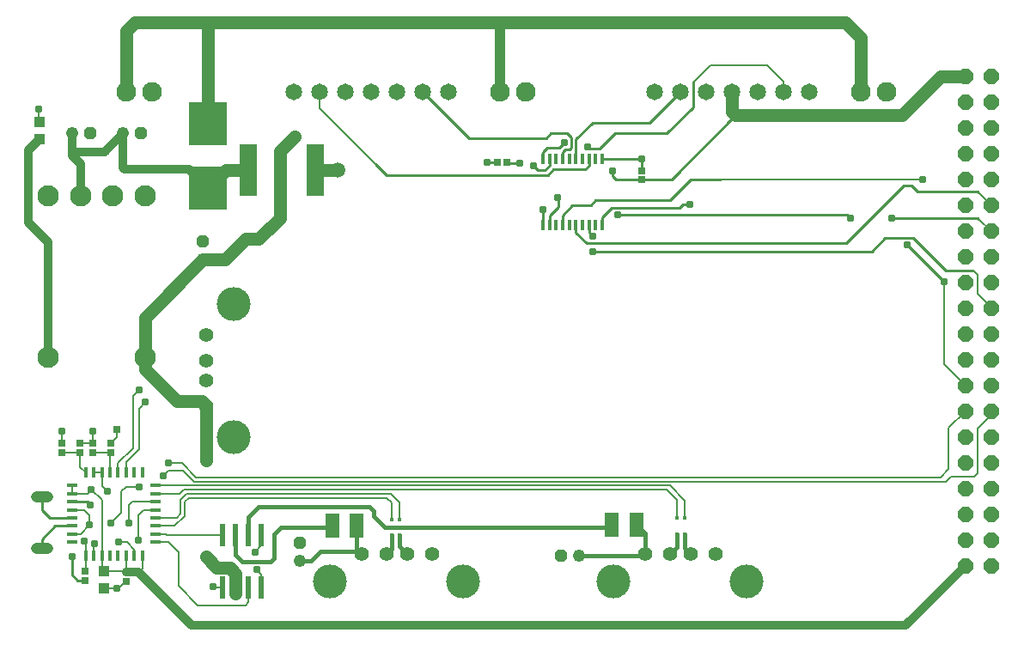
<source format=gtl>
G75*
G70*
%OFA0B0*%
%FSLAX24Y24*%
%IPPOS*%
%LPD*%
%AMOC8*
5,1,8,0,0,1.08239X$1,22.5*
%
%ADD10C,0.0827*%
%ADD11OC8,0.0480*%
%ADD12C,0.0480*%
%ADD13R,0.0433X0.0394*%
%ADD14C,0.0650*%
%ADD15C,0.0760*%
%ADD16C,0.0560*%
%ADD17C,0.1310*%
%ADD18R,0.0157X0.0177*%
%ADD19R,0.0177X0.0394*%
%ADD20R,0.0394X0.0177*%
%ADD21R,0.0236X0.0866*%
%ADD22R,0.0394X0.0433*%
%ADD23R,0.0551X0.0945*%
%ADD24R,0.0256X0.0256*%
%ADD25OC8,0.0600*%
%ADD26R,0.1500X0.1669*%
%ADD27R,0.0118X0.0394*%
%ADD28R,0.0700X0.2000*%
%ADD29C,0.0440*%
%ADD30C,0.0310*%
%ADD31C,0.0500*%
%ADD32C,0.0100*%
%ADD33C,0.0080*%
%ADD34R,0.0310X0.0310*%
%ADD35C,0.0591*%
%ADD36C,0.0320*%
%ADD37C,0.0400*%
%ADD38C,0.0160*%
D10*
X002047Y012898D03*
X005797Y012898D03*
X005797Y019148D03*
X004547Y019148D03*
X003297Y019148D03*
X002047Y019148D03*
D11*
X003680Y021565D03*
X005649Y021565D03*
X008055Y017387D03*
X011807Y005683D03*
X021957Y005191D03*
D12*
X022657Y005191D03*
X011807Y004983D03*
X008055Y016687D03*
X004949Y021565D03*
X002980Y021565D03*
D13*
X001704Y021333D03*
X001704Y022002D03*
D14*
X011574Y023183D03*
X012574Y023183D03*
X013574Y023183D03*
X014574Y023183D03*
X015574Y023183D03*
X016574Y023183D03*
X017574Y023183D03*
X025574Y023183D03*
X026574Y023183D03*
X027574Y023183D03*
X028574Y023183D03*
X029574Y023183D03*
X030574Y023183D03*
X031574Y023183D03*
D15*
X033574Y023183D03*
X034574Y023183D03*
X020574Y023183D03*
X019574Y023183D03*
X006074Y023183D03*
X005074Y023183D03*
D16*
X008186Y013739D03*
X008186Y012759D03*
X008186Y011969D03*
X008186Y010989D03*
X014199Y005253D03*
X015179Y005253D03*
X015969Y005253D03*
X016949Y005253D03*
X025199Y005253D03*
X026179Y005253D03*
X026969Y005253D03*
X027949Y005253D03*
D17*
X029159Y004183D03*
X023989Y004183D03*
X018159Y004183D03*
X012989Y004183D03*
X009256Y009779D03*
X009256Y014949D03*
D18*
X015366Y006595D03*
X015681Y006595D03*
X015681Y005984D03*
X015366Y005984D03*
X026429Y006028D03*
X026744Y006028D03*
X026744Y006638D03*
X026429Y006638D03*
D19*
X005704Y005191D03*
X005389Y005191D03*
X005074Y005191D03*
X004760Y005191D03*
X004445Y005191D03*
X004130Y005191D03*
X003815Y005191D03*
X003500Y005191D03*
X003500Y008419D03*
X003815Y008419D03*
X004130Y008419D03*
X004445Y008419D03*
X004760Y008419D03*
X005074Y008419D03*
X005389Y008419D03*
X005704Y008419D03*
D20*
X006197Y007908D03*
X006197Y007593D03*
X006197Y007278D03*
X006197Y006963D03*
X006197Y006648D03*
X006197Y006333D03*
X006197Y006018D03*
X006197Y005703D03*
X002968Y005703D03*
X002968Y006018D03*
X002968Y006333D03*
X002968Y006648D03*
X002968Y006963D03*
X002968Y007278D03*
X002968Y007593D03*
X002968Y007908D03*
D21*
X008824Y005982D03*
X009324Y005982D03*
X009824Y005982D03*
X010324Y005982D03*
X010324Y003935D03*
X009824Y003935D03*
X009324Y003935D03*
X008824Y003935D03*
D22*
X004197Y003908D03*
X004197Y004577D03*
D23*
X013071Y006345D03*
X014015Y006345D03*
X023925Y006384D03*
X024870Y006384D03*
D24*
X025063Y019774D03*
X025063Y020128D03*
X019846Y020463D03*
X019492Y020463D03*
X004472Y009537D03*
X004472Y009183D03*
X003763Y009183D03*
X003763Y009537D03*
X003291Y009537D03*
X003291Y009183D03*
X002582Y009183D03*
X002582Y009537D03*
X003488Y004577D03*
X003488Y004223D03*
X005063Y004183D03*
X005063Y004537D03*
D25*
X037634Y004782D03*
X038634Y004782D03*
X038634Y005782D03*
X038634Y006782D03*
X037634Y006782D03*
X037634Y005782D03*
X037634Y007782D03*
X038634Y007782D03*
X038634Y008782D03*
X038634Y009782D03*
X037634Y009782D03*
X037634Y008782D03*
X037634Y010782D03*
X038634Y010782D03*
X038634Y011782D03*
X037634Y011782D03*
X037634Y012782D03*
X038634Y012782D03*
X038634Y013782D03*
X037634Y013782D03*
X037634Y014782D03*
X038634Y014782D03*
X038634Y015782D03*
X037634Y015782D03*
X037634Y016782D03*
X038634Y016782D03*
X038634Y017782D03*
X037634Y017782D03*
X037634Y018782D03*
X038634Y018782D03*
X038634Y019782D03*
X037634Y019782D03*
X037634Y020782D03*
X038634Y020782D03*
X038634Y021782D03*
X038634Y022782D03*
X037634Y022782D03*
X037634Y021782D03*
X037634Y023782D03*
X038634Y023782D03*
D26*
X008252Y021959D03*
X008252Y019447D03*
D27*
X021244Y020581D03*
X021500Y020581D03*
X021756Y020581D03*
X022011Y020581D03*
X022267Y020581D03*
X022523Y020581D03*
X022779Y020581D03*
X023035Y020581D03*
X023291Y020581D03*
X023547Y020581D03*
X023547Y018022D03*
X023291Y018022D03*
X023035Y018022D03*
X022779Y018022D03*
X022523Y018022D03*
X022267Y018022D03*
X022011Y018022D03*
X021756Y018022D03*
X021500Y018022D03*
X021244Y018022D03*
D28*
X012421Y020132D03*
X009821Y020132D03*
D29*
X002015Y007486D02*
X001575Y007486D01*
X001575Y005486D02*
X002015Y005486D01*
D30*
X002976Y005148D03*
X003449Y005738D03*
X003842Y005660D03*
X003645Y006368D03*
X004472Y006447D03*
X005181Y006447D03*
X005535Y005778D03*
X004787Y005699D03*
X003685Y007156D03*
X003724Y007746D03*
X004354Y007667D03*
X005574Y007864D03*
X006519Y008297D03*
X006716Y008770D03*
X008173Y008888D03*
X005811Y011132D03*
X005574Y011604D03*
X003763Y010030D03*
X002582Y010030D03*
X008173Y005148D03*
X008449Y003967D03*
X010141Y004636D03*
X010063Y005305D03*
X004708Y003927D03*
X023173Y016998D03*
X023173Y017589D03*
X024157Y018415D03*
X023960Y020108D03*
X025063Y020581D03*
X022976Y021053D03*
X022071Y021211D03*
X020889Y020305D03*
X020338Y020423D03*
X019078Y020463D03*
X021244Y018612D03*
X021795Y019085D03*
X026952Y018809D03*
X033173Y018297D03*
X034787Y018297D03*
X035378Y017234D03*
X036795Y015817D03*
X035968Y019793D03*
X011598Y021447D03*
X001677Y022510D03*
D31*
X005063Y023195D02*
X005074Y023183D01*
X005063Y023195D02*
X005063Y025541D01*
X005417Y025896D01*
X008212Y025896D01*
X008252Y025856D01*
X008252Y021959D01*
X008937Y020132D02*
X009821Y020132D01*
X008937Y020132D02*
X008252Y019447D01*
X009708Y017471D02*
X010220Y017471D01*
X011047Y018297D01*
X011047Y020896D01*
X011598Y021447D01*
X012436Y020148D02*
X013291Y020148D01*
X012436Y020148D02*
X012421Y020132D01*
X009708Y017471D02*
X008925Y016687D01*
X008055Y016687D01*
X005797Y014430D01*
X005797Y012898D01*
X005797Y012406D01*
X007031Y011171D01*
X008004Y011171D01*
X008186Y010989D01*
X008186Y008901D01*
X008173Y008888D01*
X008173Y005148D02*
X008567Y004715D01*
X009118Y004715D01*
X009315Y004478D01*
X009315Y003709D01*
X009324Y003935D01*
X028574Y022423D02*
X028724Y022274D01*
X035181Y022274D01*
X036689Y023782D01*
X037634Y023782D01*
X033574Y023183D02*
X033574Y025297D01*
X032976Y025896D01*
X019630Y025896D01*
X019574Y025841D01*
X019630Y025896D02*
X008212Y025896D01*
X028574Y023183D02*
X028574Y022423D01*
D32*
X028724Y022274D02*
X026244Y019793D01*
X025082Y019793D01*
X025063Y019774D01*
X025082Y019793D02*
X024078Y019793D01*
X023960Y019911D01*
X023960Y020108D01*
X023547Y020581D02*
X025063Y020581D01*
X025063Y020128D01*
X026165Y018967D02*
X023291Y018967D01*
X023094Y018770D01*
X022386Y018770D01*
X022011Y018396D01*
X022011Y018022D01*
X021500Y018022D02*
X021500Y018396D01*
X021834Y018730D01*
X021834Y019045D01*
X021795Y019085D01*
X021244Y018612D02*
X021244Y018022D01*
X022523Y018022D02*
X022523Y017726D01*
X022937Y017313D01*
X033015Y017313D01*
X035260Y019557D01*
X035535Y019557D01*
X035771Y019321D01*
X038094Y019321D01*
X038134Y019282D01*
X038118Y018297D02*
X034787Y018297D01*
X034511Y017510D02*
X035614Y017510D01*
X036874Y016250D01*
X037937Y016250D01*
X036795Y015817D02*
X035378Y017234D01*
X034511Y017510D02*
X034000Y016998D01*
X023173Y016998D01*
X023173Y017589D02*
X023035Y017726D01*
X023035Y018022D01*
X023547Y018022D02*
X023547Y018317D01*
X023921Y018691D01*
X026559Y018691D01*
X026677Y018809D01*
X026952Y018809D01*
X026165Y018967D02*
X026992Y019793D01*
X028134Y019793D01*
X026047Y021565D02*
X024039Y021565D01*
X023449Y020974D01*
X023055Y020974D01*
X022976Y021053D01*
X022523Y021349D02*
X023173Y021998D01*
X025389Y021998D01*
X026574Y023183D01*
X027071Y023534D02*
X027071Y022589D01*
X026047Y021565D01*
X023035Y020581D02*
X023035Y020325D01*
X022878Y020167D01*
X021657Y020167D01*
X021441Y019951D01*
X015181Y019951D01*
X014748Y020384D01*
X016574Y023183D02*
X018389Y021368D01*
X021362Y021368D01*
X021559Y021565D01*
X022189Y021565D01*
X022346Y021408D01*
X022346Y021014D01*
X022267Y020935D01*
X022110Y020935D01*
X022011Y020837D01*
X022011Y020581D01*
X021500Y020581D02*
X021500Y020325D01*
X021323Y020148D01*
X021047Y020148D01*
X020889Y020305D01*
X021244Y020581D02*
X021244Y020856D01*
X021401Y021014D01*
X021874Y021014D01*
X022071Y021211D01*
X022523Y021349D02*
X022523Y020581D01*
X020378Y020463D02*
X020338Y020423D01*
X019886Y020423D01*
X019846Y020463D01*
X019492Y020463D02*
X019078Y020463D01*
X024157Y018415D02*
X033055Y018415D01*
X033173Y018297D01*
X038118Y018297D02*
X038157Y018258D01*
X003685Y007156D02*
X003563Y007278D01*
X002968Y007278D01*
X002968Y006648D02*
X002106Y006648D01*
X001795Y006959D01*
X001795Y007486D01*
X002311Y006333D02*
X001795Y005817D01*
X001795Y005486D01*
X002311Y006333D02*
X002968Y006333D01*
X002976Y005148D02*
X002976Y004439D01*
X003193Y004223D01*
X003488Y004223D01*
D33*
X003488Y004577D02*
X003500Y004589D01*
X003500Y005191D01*
X003500Y005750D01*
X003815Y005632D02*
X003815Y005191D01*
X004130Y005191D02*
X004130Y007341D01*
X003724Y007746D01*
X003571Y007593D01*
X002968Y007593D01*
X002968Y007908D01*
X003500Y008419D02*
X003291Y008628D01*
X003291Y009183D01*
X002582Y009183D01*
X002582Y009537D02*
X002582Y010030D01*
X003291Y009537D02*
X003763Y009537D01*
X003763Y010030D01*
X004472Y009537D02*
X004708Y009774D01*
X004708Y010069D01*
X005338Y009360D02*
X005338Y011368D01*
X005574Y011604D01*
X005811Y011132D02*
X005574Y010896D01*
X005574Y009321D01*
X005074Y008821D01*
X005074Y008419D01*
X004760Y008419D02*
X004760Y008782D01*
X005338Y009360D01*
X004472Y009183D02*
X003763Y009183D01*
X004445Y009156D02*
X004445Y008419D01*
X004130Y008419D02*
X004130Y007892D01*
X004354Y007667D01*
X004866Y007667D02*
X005063Y007864D01*
X005574Y007864D01*
X004866Y007667D02*
X004866Y006841D01*
X004472Y006447D01*
X005181Y006447D02*
X005181Y007156D01*
X005303Y007278D01*
X006197Y007278D01*
X006197Y007593D02*
X007153Y007593D01*
X007307Y007746D01*
X026047Y007746D01*
X026429Y007364D01*
X026429Y006638D01*
X026744Y006638D02*
X026744Y007325D01*
X026165Y007904D01*
X006200Y007904D01*
X006197Y007908D01*
X006519Y008297D02*
X006716Y008494D01*
X007267Y008494D01*
X007700Y008061D01*
X036874Y008061D01*
X037071Y008258D01*
X037976Y008258D01*
X038094Y008376D01*
X038094Y010108D01*
X038634Y010648D01*
X038634Y010782D01*
X037634Y010782D02*
X036992Y010140D01*
X036992Y008534D01*
X036677Y008219D01*
X007779Y008219D01*
X007228Y008770D01*
X006716Y008770D01*
X007425Y007589D02*
X007189Y007352D01*
X007189Y006801D01*
X007031Y006644D01*
X006200Y006644D01*
X006197Y006648D01*
X006193Y006959D02*
X005732Y006959D01*
X005535Y006762D01*
X005535Y005778D01*
X005389Y005411D02*
X005102Y005699D01*
X004787Y005699D01*
X005074Y005191D02*
X005063Y005179D01*
X005063Y004537D01*
X005023Y004577D01*
X004197Y004577D01*
X004130Y004644D01*
X004130Y005191D01*
X003815Y005632D02*
X003842Y005660D01*
X003295Y006018D02*
X002968Y006018D01*
X003295Y006018D02*
X003645Y006368D01*
X003645Y006762D01*
X003449Y006959D01*
X002972Y006959D01*
X002968Y006963D01*
X003815Y008419D02*
X004130Y008419D01*
X004445Y009156D02*
X004472Y009183D01*
X007425Y007589D02*
X015338Y007589D01*
X015681Y007246D01*
X015681Y006595D01*
X015366Y006595D02*
X015366Y007246D01*
X015181Y007431D01*
X007504Y007431D01*
X007346Y007274D01*
X007346Y006723D01*
X006956Y006333D01*
X006197Y006333D01*
X006197Y006018D02*
X006200Y006014D01*
X006598Y006014D01*
X006630Y005982D01*
X008824Y005982D01*
X010063Y005305D02*
X010324Y005567D01*
X010324Y005982D01*
X010141Y004636D02*
X010324Y004453D01*
X010324Y003935D01*
X009826Y003933D02*
X009824Y003935D01*
X009826Y003933D02*
X009826Y003376D01*
X009708Y003258D01*
X007858Y003258D01*
X007110Y004006D01*
X007110Y005305D01*
X006712Y005703D01*
X006197Y005703D01*
X005704Y005191D02*
X005704Y004687D01*
X005555Y004537D01*
X005063Y004183D02*
X005043Y004183D01*
X004787Y003927D01*
X004708Y003927D01*
X004787Y003908D02*
X005063Y004183D01*
X004787Y003908D02*
X004197Y003908D01*
X005389Y005191D02*
X005389Y005411D01*
X006193Y006959D02*
X006197Y006963D01*
X008449Y003967D02*
X008480Y003935D01*
X008824Y003935D01*
X028134Y019793D02*
X035968Y019793D01*
X038134Y019282D02*
X038634Y018782D01*
X038157Y018258D02*
X038634Y017782D01*
X037937Y016250D02*
X038094Y016093D01*
X038094Y015345D01*
X038634Y014805D01*
X038634Y014782D01*
X036795Y015817D02*
X036795Y012620D01*
X037634Y011782D01*
X030574Y023183D02*
X030574Y023573D01*
X029945Y024203D01*
X027740Y024203D01*
X027071Y023534D01*
X014748Y020384D02*
X012574Y022557D01*
X012574Y023183D01*
X001677Y022510D02*
X001677Y022030D01*
X001704Y022002D01*
D34*
X004708Y010069D03*
D35*
X013291Y020148D03*
D36*
X008252Y019447D02*
X007511Y020187D01*
X005023Y020187D01*
X004949Y020261D01*
X004949Y021565D01*
X004240Y020856D01*
X002976Y020856D01*
X002976Y021561D01*
X002980Y021565D01*
X002976Y020856D02*
X002976Y020699D01*
X003297Y020378D01*
X003297Y019148D01*
X002047Y017337D02*
X001283Y018100D01*
X001283Y020911D01*
X001704Y021333D01*
X002047Y017337D02*
X002047Y012898D01*
X005063Y004537D02*
X005555Y004537D01*
X007622Y002471D01*
X035323Y002471D01*
X037634Y004782D01*
D37*
X019574Y023183D02*
X019574Y025841D01*
D38*
X014511Y007077D02*
X010220Y007077D01*
X009824Y006681D01*
X009824Y005982D01*
X009324Y005982D02*
X009324Y005217D01*
X009590Y004951D01*
X010693Y004951D01*
X010811Y005069D01*
X010811Y006014D01*
X011086Y006289D01*
X013015Y006289D01*
X013071Y006345D01*
X014015Y006345D02*
X014015Y005437D01*
X014199Y005253D01*
X014108Y005345D01*
X012622Y005345D01*
X012260Y004983D01*
X011807Y004983D01*
X014669Y006723D02*
X014669Y006919D01*
X014511Y007077D01*
X014669Y006723D02*
X015102Y006289D01*
X023724Y006289D01*
X023724Y006384D01*
X023925Y006384D01*
X024870Y006384D02*
X025199Y006054D01*
X025199Y005253D01*
X025137Y005191D01*
X022657Y005191D01*
X026179Y005253D02*
X026429Y005502D01*
X026429Y006028D01*
X026744Y006028D02*
X026744Y005479D01*
X026969Y005253D01*
X015969Y005253D02*
X015681Y005542D01*
X015681Y005984D01*
X015366Y005984D02*
X015366Y005439D01*
X015179Y005253D01*
M02*

</source>
